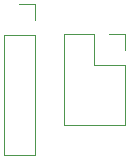
<source format=gbr>
%TF.GenerationSoftware,KiCad,Pcbnew,7.0.5-0*%
%TF.CreationDate,2023-07-15T01:19:17-04:00*%
%TF.ProjectId,programmer,70726f67-7261-46d6-9d65-722e6b696361,rev?*%
%TF.SameCoordinates,Original*%
%TF.FileFunction,Legend,Bot*%
%TF.FilePolarity,Positive*%
%FSLAX46Y46*%
G04 Gerber Fmt 4.6, Leading zero omitted, Abs format (unit mm)*
G04 Created by KiCad (PCBNEW 7.0.5-0) date 2023-07-15 01:19:17*
%MOMM*%
%LPD*%
G01*
G04 APERTURE LIST*
%ADD10C,0.120000*%
G04 APERTURE END LIST*
D10*
%TO.C,J1*%
X138490000Y-59750000D02*
X135830000Y-59750000D01*
X138490000Y-49530000D02*
X138490000Y-59750000D01*
X138490000Y-49530000D02*
X135830000Y-49530000D01*
X138490000Y-48260000D02*
X138490000Y-46930000D01*
X138490000Y-46930000D02*
X137160000Y-46930000D01*
X135830000Y-49530000D02*
X135830000Y-59750000D01*
%TO.C,J2*%
X146110000Y-57210000D02*
X140910000Y-57210000D01*
X146110000Y-52070000D02*
X146110000Y-57210000D01*
X146110000Y-52070000D02*
X143510000Y-52070000D01*
X146110000Y-50800000D02*
X146110000Y-49470000D01*
X146110000Y-49470000D02*
X144780000Y-49470000D01*
X143510000Y-52070000D02*
X143510000Y-49470000D01*
X143510000Y-49470000D02*
X140910000Y-49470000D01*
X140910000Y-49470000D02*
X140910000Y-57210000D01*
%TD*%
M02*

</source>
